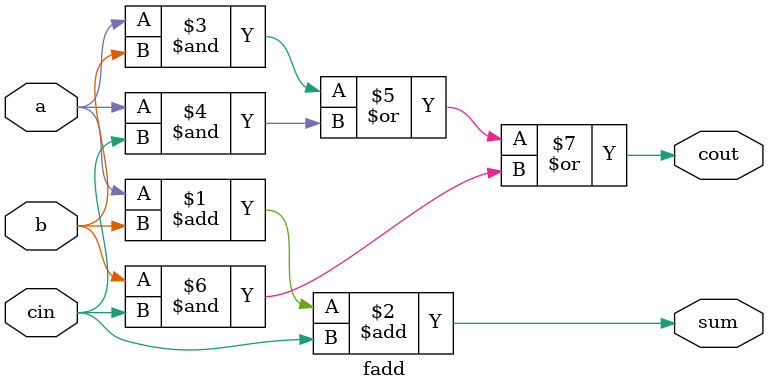
<source format=v>
module top_module( 
    input [2:0] a, b,
    input cin,
    output [2:0] cout,
    output [2:0] sum );

    fadd inst0 (.a (a[0]) , .b (b[0]) , .cin (cin)     , .cout(cout[0]), .sum (sum[0]) );
    fadd inst1 (.a (a[1]) , .b (b[1]) , .cin (cout[0]) , .cout(cout[1]), .sum (sum[1]) );
    fadd inst2 (.a (a[2]) , .b (b[2]) , .cin (cout[1]) , .cout(cout[2]), .sum (sum[2]) );
    
endmodule
module fadd( 
    input a, b, cin,
    output cout, sum );
    assign sum = a + b + cin; assign cout = (a & b) | (a & cin) | (b & cin);
endmodule

</source>
